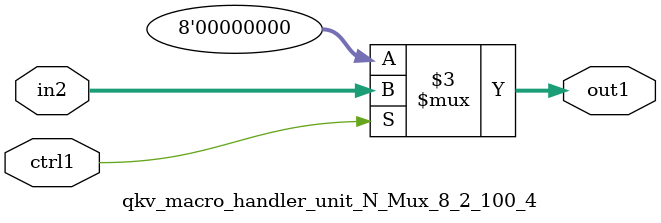
<source format=v>

`timescale 1ps / 1ps


module qkv_macro_handler_unit_N_Mux_8_2_100_4( in2, ctrl1, out1 );

    input [7:0] in2;
    input ctrl1;
    output [7:0] out1;
    reg [7:0] out1;

    
    // rtl_process:qkv_macro_handler_unit_N_Mux_8_2_100_4/qkv_macro_handler_unit_N_Mux_8_2_100_4_thread_1
    always @*
      begin : qkv_macro_handler_unit_N_Mux_8_2_100_4_thread_1
        case (ctrl1) 
          1'b1: 
            begin
              out1 = in2;
            end
          default: 
            begin
              out1 = 8'd000;
            end
        endcase
      end

endmodule





</source>
